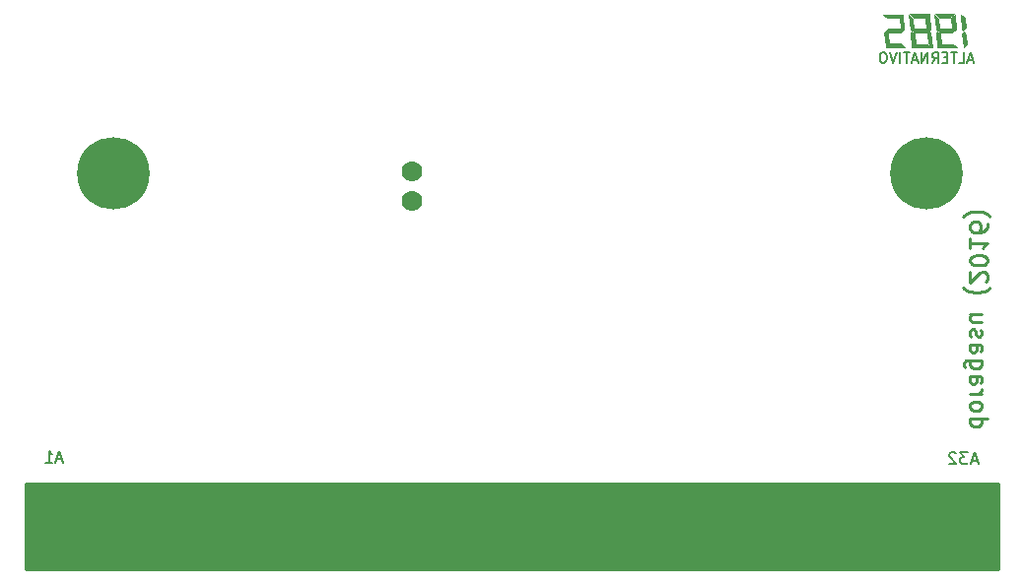
<source format=gbr>
G04 #@! TF.GenerationSoftware,KiCad,Pcbnew,(2017-02-04 revision 9a6e5734b)-master*
G04 #@! TF.CreationDate,2017-03-24T17:30:25+01:00*
G04 #@! TF.ProjectId,mega-wifi,6D6567612D776966692E6B696361645F,A1*
G04 #@! TF.FileFunction,Soldermask,Bot*
G04 #@! TF.FilePolarity,Negative*
%FSLAX46Y46*%
G04 Gerber Fmt 4.6, Leading zero omitted, Abs format (unit mm)*
G04 Created by KiCad (PCBNEW (2017-02-04 revision 9a6e5734b)-master) date Fri Mar 24 17:30:25 2017*
%MOMM*%
%LPD*%
G01*
G04 APERTURE LIST*
%ADD10C,0.100000*%
%ADD11C,0.203200*%
%ADD12C,0.254000*%
%ADD13C,0.152400*%
%ADD14C,0.010000*%
%ADD15C,6.223000*%
%ADD16R,1.778000X6.985000*%
%ADD17C,1.778000*%
G04 APERTURE END LIST*
D10*
D11*
X185994523Y-120819333D02*
X185510714Y-120819333D01*
X186091285Y-121109619D02*
X185752619Y-120093619D01*
X185413952Y-121109619D01*
X185172047Y-120093619D02*
X184543095Y-120093619D01*
X184881761Y-120480666D01*
X184736619Y-120480666D01*
X184639857Y-120529047D01*
X184591476Y-120577428D01*
X184543095Y-120674190D01*
X184543095Y-120916095D01*
X184591476Y-121012857D01*
X184639857Y-121061238D01*
X184736619Y-121109619D01*
X185026904Y-121109619D01*
X185123666Y-121061238D01*
X185172047Y-121012857D01*
X184156047Y-120190380D02*
X184107666Y-120142000D01*
X184010904Y-120093619D01*
X183769000Y-120093619D01*
X183672238Y-120142000D01*
X183623857Y-120190380D01*
X183575476Y-120287142D01*
X183575476Y-120383904D01*
X183623857Y-120529047D01*
X184204428Y-121109619D01*
X183575476Y-121109619D01*
X107405714Y-120692333D02*
X106921904Y-120692333D01*
X107502476Y-120982619D02*
X107163809Y-119966619D01*
X106825142Y-120982619D01*
X105954285Y-120982619D02*
X106534857Y-120982619D01*
X106244571Y-120982619D02*
X106244571Y-119966619D01*
X106341333Y-120111761D01*
X106438095Y-120208523D01*
X106534857Y-120256904D01*
D12*
X185376428Y-117156428D02*
X186876428Y-117156428D01*
X185447857Y-117156428D02*
X185376428Y-117299285D01*
X185376428Y-117585000D01*
X185447857Y-117727857D01*
X185519285Y-117799285D01*
X185662142Y-117870714D01*
X186090714Y-117870714D01*
X186233571Y-117799285D01*
X186305000Y-117727857D01*
X186376428Y-117585000D01*
X186376428Y-117299285D01*
X186305000Y-117156428D01*
X185376428Y-116227857D02*
X185447857Y-116370714D01*
X185519285Y-116442142D01*
X185662142Y-116513571D01*
X186090714Y-116513571D01*
X186233571Y-116442142D01*
X186305000Y-116370714D01*
X186376428Y-116227857D01*
X186376428Y-116013571D01*
X186305000Y-115870714D01*
X186233571Y-115799285D01*
X186090714Y-115727857D01*
X185662142Y-115727857D01*
X185519285Y-115799285D01*
X185447857Y-115870714D01*
X185376428Y-116013571D01*
X185376428Y-116227857D01*
X185376428Y-115085000D02*
X186376428Y-115085000D01*
X186090714Y-115085000D02*
X186233571Y-115013571D01*
X186305000Y-114942142D01*
X186376428Y-114799285D01*
X186376428Y-114656428D01*
X185376428Y-113513571D02*
X186162142Y-113513571D01*
X186305000Y-113585000D01*
X186376428Y-113727857D01*
X186376428Y-114013571D01*
X186305000Y-114156428D01*
X185447857Y-113513571D02*
X185376428Y-113656428D01*
X185376428Y-114013571D01*
X185447857Y-114156428D01*
X185590714Y-114227857D01*
X185733571Y-114227857D01*
X185876428Y-114156428D01*
X185947857Y-114013571D01*
X185947857Y-113656428D01*
X186019285Y-113513571D01*
X186376428Y-112156428D02*
X185162142Y-112156428D01*
X185019285Y-112227857D01*
X184947857Y-112299285D01*
X184876428Y-112442142D01*
X184876428Y-112656428D01*
X184947857Y-112799285D01*
X185447857Y-112156428D02*
X185376428Y-112299285D01*
X185376428Y-112585000D01*
X185447857Y-112727857D01*
X185519285Y-112799285D01*
X185662142Y-112870714D01*
X186090714Y-112870714D01*
X186233571Y-112799285D01*
X186305000Y-112727857D01*
X186376428Y-112585000D01*
X186376428Y-112299285D01*
X186305000Y-112156428D01*
X185376428Y-110799285D02*
X186162142Y-110799285D01*
X186305000Y-110870714D01*
X186376428Y-111013571D01*
X186376428Y-111299285D01*
X186305000Y-111442142D01*
X185447857Y-110799285D02*
X185376428Y-110942142D01*
X185376428Y-111299285D01*
X185447857Y-111442142D01*
X185590714Y-111513571D01*
X185733571Y-111513571D01*
X185876428Y-111442142D01*
X185947857Y-111299285D01*
X185947857Y-110942142D01*
X186019285Y-110799285D01*
X185447857Y-110156428D02*
X185376428Y-110013571D01*
X185376428Y-109727857D01*
X185447857Y-109585000D01*
X185590714Y-109513571D01*
X185662142Y-109513571D01*
X185805000Y-109585000D01*
X185876428Y-109727857D01*
X185876428Y-109942142D01*
X185947857Y-110085000D01*
X186090714Y-110156428D01*
X186162142Y-110156428D01*
X186305000Y-110085000D01*
X186376428Y-109942142D01*
X186376428Y-109727857D01*
X186305000Y-109585000D01*
X186376428Y-108227857D02*
X185376428Y-108227857D01*
X186376428Y-108870714D02*
X185590714Y-108870714D01*
X185447857Y-108799285D01*
X185376428Y-108656428D01*
X185376428Y-108442142D01*
X185447857Y-108299285D01*
X185519285Y-108227857D01*
X184805000Y-105942142D02*
X184876428Y-106013571D01*
X185090714Y-106156428D01*
X185233571Y-106227857D01*
X185447857Y-106299285D01*
X185805000Y-106370714D01*
X186090714Y-106370714D01*
X186447857Y-106299285D01*
X186662142Y-106227857D01*
X186805000Y-106156428D01*
X187019285Y-106013571D01*
X187090714Y-105942142D01*
X186733571Y-105442142D02*
X186805000Y-105370714D01*
X186876428Y-105227857D01*
X186876428Y-104870714D01*
X186805000Y-104727857D01*
X186733571Y-104656428D01*
X186590714Y-104585000D01*
X186447857Y-104585000D01*
X186233571Y-104656428D01*
X185376428Y-105513571D01*
X185376428Y-104585000D01*
X186876428Y-103656428D02*
X186876428Y-103513571D01*
X186805000Y-103370714D01*
X186733571Y-103299285D01*
X186590714Y-103227857D01*
X186305000Y-103156428D01*
X185947857Y-103156428D01*
X185662142Y-103227857D01*
X185519285Y-103299285D01*
X185447857Y-103370714D01*
X185376428Y-103513571D01*
X185376428Y-103656428D01*
X185447857Y-103799285D01*
X185519285Y-103870714D01*
X185662142Y-103942142D01*
X185947857Y-104013571D01*
X186305000Y-104013571D01*
X186590714Y-103942142D01*
X186733571Y-103870714D01*
X186805000Y-103799285D01*
X186876428Y-103656428D01*
X185376428Y-101727857D02*
X185376428Y-102585000D01*
X185376428Y-102156428D02*
X186876428Y-102156428D01*
X186662142Y-102299285D01*
X186519285Y-102442142D01*
X186447857Y-102585000D01*
X186876428Y-100442142D02*
X186876428Y-100727857D01*
X186805000Y-100870714D01*
X186733571Y-100942142D01*
X186519285Y-101085000D01*
X186233571Y-101156428D01*
X185662142Y-101156428D01*
X185519285Y-101085000D01*
X185447857Y-101013571D01*
X185376428Y-100870714D01*
X185376428Y-100585000D01*
X185447857Y-100442142D01*
X185519285Y-100370714D01*
X185662142Y-100299285D01*
X186019285Y-100299285D01*
X186162142Y-100370714D01*
X186233571Y-100442142D01*
X186305000Y-100585000D01*
X186305000Y-100870714D01*
X186233571Y-101013571D01*
X186162142Y-101085000D01*
X186019285Y-101156428D01*
X184805000Y-99799285D02*
X184876428Y-99727857D01*
X185090714Y-99585000D01*
X185233571Y-99513571D01*
X185447857Y-99442142D01*
X185805000Y-99370714D01*
X186090714Y-99370714D01*
X186447857Y-99442142D01*
X186662142Y-99513571D01*
X186805000Y-99585000D01*
X187019285Y-99727857D01*
X187090714Y-99799285D01*
D13*
X185610500Y-86368166D02*
X185187166Y-86368166D01*
X185695166Y-86622166D02*
X185398833Y-85733166D01*
X185102500Y-86622166D01*
X184382833Y-86622166D02*
X184806166Y-86622166D01*
X184806166Y-85733166D01*
X184213500Y-85733166D02*
X183705500Y-85733166D01*
X183959500Y-86622166D02*
X183959500Y-85733166D01*
X183409166Y-86156500D02*
X183112833Y-86156500D01*
X182985833Y-86622166D02*
X183409166Y-86622166D01*
X183409166Y-85733166D01*
X182985833Y-85733166D01*
X182096833Y-86622166D02*
X182393166Y-86198833D01*
X182604833Y-86622166D02*
X182604833Y-85733166D01*
X182266166Y-85733166D01*
X182181500Y-85775500D01*
X182139166Y-85817833D01*
X182096833Y-85902500D01*
X182096833Y-86029500D01*
X182139166Y-86114166D01*
X182181500Y-86156500D01*
X182266166Y-86198833D01*
X182604833Y-86198833D01*
X181715833Y-86622166D02*
X181715833Y-85733166D01*
X181207833Y-86622166D01*
X181207833Y-85733166D01*
X180826833Y-86368166D02*
X180403500Y-86368166D01*
X180911500Y-86622166D02*
X180615166Y-85733166D01*
X180318833Y-86622166D01*
X180149500Y-85733166D02*
X179641500Y-85733166D01*
X179895500Y-86622166D02*
X179895500Y-85733166D01*
X179345166Y-86622166D02*
X179345166Y-85733166D01*
X179048833Y-85733166D02*
X178752500Y-86622166D01*
X178456166Y-85733166D01*
X177990500Y-85733166D02*
X177821166Y-85733166D01*
X177736500Y-85775500D01*
X177651833Y-85860166D01*
X177609500Y-86029500D01*
X177609500Y-86325833D01*
X177651833Y-86495166D01*
X177736500Y-86579833D01*
X177821166Y-86622166D01*
X177990500Y-86622166D01*
X178075166Y-86579833D01*
X178159833Y-86495166D01*
X178202166Y-86325833D01*
X178202166Y-86029500D01*
X178159833Y-85860166D01*
X178075166Y-85775500D01*
X177990500Y-85733166D01*
D14*
G36*
X182684020Y-82795340D02*
X182339230Y-82485930D01*
X182449850Y-83698550D01*
X182574260Y-83813990D01*
X182758670Y-83619990D01*
X182684020Y-82795340D01*
X182684020Y-82795340D01*
G37*
X182684020Y-82795340D02*
X182339230Y-82485930D01*
X182449850Y-83698550D01*
X182574260Y-83813990D01*
X182758670Y-83619990D01*
X182684020Y-82795340D01*
G36*
X184987340Y-83611370D02*
X184912850Y-82763010D01*
X184564660Y-82443660D01*
X184674950Y-83692200D01*
X184803310Y-83810970D01*
X184987340Y-83611370D01*
X184987340Y-83611370D01*
G37*
X184987340Y-83611370D02*
X184912850Y-82763010D01*
X184564660Y-82443660D01*
X184674950Y-83692200D01*
X184803310Y-83810970D01*
X184987340Y-83611370D01*
G36*
X184706590Y-84052660D02*
X184815850Y-85296964D01*
X185102960Y-84977846D01*
X185032750Y-84129050D01*
X184816660Y-83929670D01*
X184706590Y-84052660D01*
X184706590Y-84052660D01*
G37*
X184706590Y-84052660D02*
X184815850Y-85296964D01*
X185102960Y-84977846D01*
X185032750Y-84129050D01*
X184816660Y-83929670D01*
X184706590Y-84052660D01*
G36*
X178018550Y-84031670D02*
X178128840Y-85223722D01*
X178411600Y-84918710D01*
X178340590Y-84104960D01*
X178124600Y-83913660D01*
X178018550Y-84031670D01*
X178018550Y-84031670D01*
G37*
X178018550Y-84031670D02*
X178128840Y-85223722D01*
X178411600Y-84918710D01*
X178340590Y-84104960D01*
X178124600Y-83913660D01*
X178018550Y-84031670D01*
G36*
X177885620Y-82437650D02*
X178225090Y-82743860D01*
X179256060Y-82743860D01*
X179544590Y-82437650D01*
X177885620Y-82437650D01*
X177885620Y-82437650D01*
G37*
X177885620Y-82437650D02*
X178225090Y-82743860D01*
X179256060Y-82743860D01*
X179544590Y-82437650D01*
X177885620Y-82437650D01*
G36*
X178314270Y-83697300D02*
X178170230Y-83856370D01*
X178343090Y-84015500D01*
X179417250Y-84015500D01*
X179553100Y-83856370D01*
X179388440Y-83697300D01*
X178314270Y-83697300D01*
X178314270Y-83697300D01*
G37*
X178314270Y-83697300D02*
X178170230Y-83856370D01*
X178343090Y-84015500D01*
X179417250Y-84015500D01*
X179553100Y-83856370D01*
X179388440Y-83697300D01*
X178314270Y-83697300D01*
G36*
X179718460Y-83694260D02*
X179608230Y-82476760D01*
X179321170Y-82787260D01*
X179392020Y-83615590D01*
X179608230Y-83810260D01*
X179718460Y-83694260D01*
X179718460Y-83694260D01*
G37*
X179718460Y-83694260D02*
X179608230Y-82476760D01*
X179321170Y-82787260D01*
X179392020Y-83615590D01*
X179608230Y-83810260D01*
X179718460Y-83694260D01*
G36*
X178176530Y-85291159D02*
X179769350Y-85291159D01*
X179439320Y-84972908D01*
X178449480Y-84972908D01*
X178176530Y-85291159D01*
X178176530Y-85291159D01*
G37*
X178176530Y-85291159D02*
X179769350Y-85291159D01*
X179439320Y-84972908D01*
X178449480Y-84972908D01*
X178176530Y-85291159D01*
G36*
X182476820Y-84037960D02*
X182585980Y-85257468D01*
X182868800Y-84945456D01*
X182798550Y-84112940D01*
X182582670Y-83917410D01*
X182476820Y-84037960D01*
X182476820Y-84037960D01*
G37*
X182476820Y-84037960D02*
X182585980Y-85257468D01*
X182868800Y-84945456D01*
X182798550Y-84112940D01*
X182582670Y-83917410D01*
X182476820Y-84037960D01*
G36*
X182393490Y-82432330D02*
X182722310Y-82741620D01*
X183721230Y-82741620D01*
X184000740Y-82432330D01*
X182393490Y-82432330D01*
X182393490Y-82432330D01*
G37*
X182393490Y-82432330D02*
X182722310Y-82741620D01*
X183721230Y-82741620D01*
X184000740Y-82432330D01*
X182393490Y-82432330D01*
G36*
X182769840Y-83703050D02*
X182625960Y-83857730D01*
X182798700Y-84012410D01*
X183873140Y-84012410D01*
X184008990Y-83857730D01*
X183844280Y-83703050D01*
X182769840Y-83703050D01*
X182769840Y-83703050D01*
G37*
X182769840Y-83703050D02*
X182625960Y-83857730D01*
X182798700Y-84012410D01*
X183873140Y-84012410D01*
X184008990Y-83857730D01*
X183844280Y-83703050D01*
X182769840Y-83703050D01*
G36*
X184169200Y-83698490D02*
X184059820Y-82485810D01*
X183774940Y-82795120D01*
X183845200Y-83620090D01*
X184059820Y-83813990D01*
X184169200Y-83698490D01*
X184169200Y-83698490D01*
G37*
X184169200Y-83698490D02*
X184059820Y-82485810D01*
X183774940Y-82795120D01*
X183845200Y-83620090D01*
X184059820Y-83813990D01*
X184169200Y-83698490D01*
G36*
X182644240Y-85301847D02*
X184291600Y-85301847D01*
X183950340Y-85005894D01*
X182926530Y-85005894D01*
X182644240Y-85301847D01*
X182644240Y-85301847D01*
G37*
X182644240Y-85301847D02*
X184291600Y-85301847D01*
X183950340Y-85005894D01*
X182926530Y-85005894D01*
X182644240Y-85301847D01*
G36*
X180559020Y-83632740D02*
X180484520Y-82797400D01*
X180141420Y-82484040D01*
X180250910Y-83712330D01*
X180375030Y-83829300D01*
X180559020Y-83632740D01*
X180559020Y-83632740D01*
G37*
X180559020Y-83632740D02*
X180484520Y-82797400D01*
X180141420Y-82484040D01*
X180250910Y-83712330D01*
X180375030Y-83829300D01*
X180559020Y-83632740D01*
G36*
X180279940Y-84037850D02*
X180389140Y-85262079D01*
X180672070Y-84948874D01*
X180601820Y-84113100D01*
X180385840Y-83916810D01*
X180279940Y-84037850D01*
X180279940Y-84037850D01*
G37*
X180279940Y-84037850D02*
X180389140Y-85262079D01*
X180672070Y-84948874D01*
X180601820Y-84113100D01*
X180385840Y-83916810D01*
X180279940Y-84037850D01*
G36*
X180188570Y-82434980D02*
X180527980Y-82748360D01*
X181559020Y-82748360D01*
X181847530Y-82434980D01*
X180188570Y-82434980D01*
X180188570Y-82434980D01*
G37*
X180188570Y-82434980D02*
X180527980Y-82748360D01*
X181559020Y-82748360D01*
X181847530Y-82434980D01*
X180188570Y-82434980D01*
G36*
X180561020Y-83703760D02*
X180412480Y-83860380D01*
X180590810Y-84017070D01*
X181702190Y-84017070D01*
X181839990Y-83860380D01*
X181670070Y-83703760D01*
X180561020Y-83703760D01*
X180561020Y-83703760D01*
G37*
X180561020Y-83703760D02*
X180412480Y-83860380D01*
X180590810Y-84017070D01*
X181702190Y-84017070D01*
X181839990Y-83860380D01*
X181670070Y-83703760D01*
X180561020Y-83703760D01*
G36*
X181972590Y-83714980D02*
X181863050Y-82486520D01*
X181575780Y-82799840D01*
X181650320Y-83635230D01*
X181863810Y-83831950D01*
X181972590Y-83714980D01*
X181972590Y-83714980D01*
X181972590Y-83714980D01*
G37*
X181972590Y-83714980D02*
X181863050Y-82486520D01*
X181575780Y-82799840D01*
X181650320Y-83635230D01*
X181863810Y-83831950D01*
X181972590Y-83714980D01*
X181972590Y-83714980D01*
G36*
X180423320Y-85301847D02*
X182089170Y-85301847D01*
X181741250Y-84988533D01*
X180708160Y-84988533D01*
X180423320Y-85301847D01*
X180423320Y-85301847D01*
G37*
X180423320Y-85301847D02*
X182089170Y-85301847D01*
X181741250Y-84988533D01*
X180708160Y-84988533D01*
X180423320Y-85301847D01*
G36*
X181765990Y-84951315D02*
X182113440Y-85264738D01*
X182004210Y-84040510D01*
X181877480Y-83919470D01*
X181695780Y-84115650D01*
X181765990Y-84951315D01*
X181765990Y-84951315D01*
G37*
X181765990Y-84951315D02*
X182113440Y-85264738D01*
X182004210Y-84040510D01*
X181877480Y-83919470D01*
X181695780Y-84115650D01*
X181765990Y-84951315D01*
D15*
X111760000Y-96139000D03*
X181610000Y-96139000D03*
D16*
X106680000Y-126238000D03*
X111760000Y-126238000D03*
X114300000Y-126238000D03*
X109220000Y-126238000D03*
X116840000Y-126238000D03*
X180340000Y-126238000D03*
X177800000Y-126238000D03*
X182880000Y-126238000D03*
X175260000Y-126238000D03*
X185420000Y-126238000D03*
X119380000Y-126238000D03*
X121920000Y-126238000D03*
X124460000Y-126238000D03*
X127000000Y-126238000D03*
X129540000Y-126238000D03*
X132080000Y-126238000D03*
X134620000Y-126238000D03*
X137160000Y-126238000D03*
X139700000Y-126238000D03*
X142240000Y-126238000D03*
X144780000Y-126238000D03*
X147320000Y-126238000D03*
X149860000Y-126238000D03*
X152400000Y-126238000D03*
X154940000Y-126238000D03*
X157480000Y-126238000D03*
X160020000Y-126238000D03*
X162560000Y-126238000D03*
X165100000Y-126238000D03*
X167640000Y-126238000D03*
X170180000Y-126238000D03*
X172720000Y-126238000D03*
D17*
X137414000Y-98501200D03*
X137414000Y-95961200D03*
D12*
G36*
X187837824Y-130175000D02*
X104271825Y-130175000D01*
X104267082Y-122783600D01*
X187833081Y-122783600D01*
X187837824Y-130175000D01*
X187837824Y-130175000D01*
G37*
X187837824Y-130175000D02*
X104271825Y-130175000D01*
X104267082Y-122783600D01*
X187833081Y-122783600D01*
X187837824Y-130175000D01*
M02*

</source>
